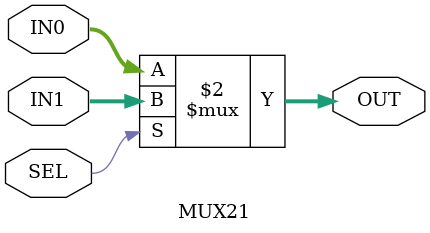
<source format=v>
module MUX21#(parameter SIZE = 32)(
        input [SIZE-1:0] IN0,
        input [SIZE-1:0] IN1,
        input SEL,
        output [SIZE-1:0] OUT
);

    assign OUT = (SEL == 0) ? IN0 : IN1;

endmodule



</source>
